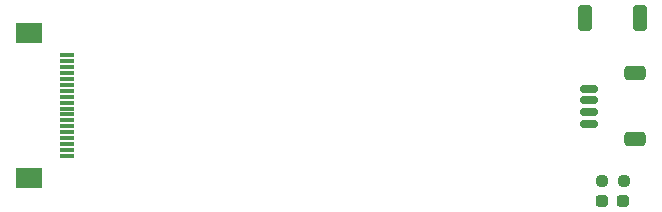
<source format=gbr>
%TF.GenerationSoftware,KiCad,Pcbnew,(6.0.11-0)*%
%TF.CreationDate,2023-02-12T12:48:10-05:00*%
%TF.ProjectId,EyeSPI-PiCowbell,45796553-5049-42d5-9069-436f7762656c,2.0.0*%
%TF.SameCoordinates,Original*%
%TF.FileFunction,Paste,Top*%
%TF.FilePolarity,Positive*%
%FSLAX46Y46*%
G04 Gerber Fmt 4.6, Leading zero omitted, Abs format (unit mm)*
G04 Created by KiCad (PCBNEW (6.0.11-0)) date 2023-02-12 12:48:10*
%MOMM*%
%LPD*%
G01*
G04 APERTURE LIST*
G04 Aperture macros list*
%AMRoundRect*
0 Rectangle with rounded corners*
0 $1 Rounding radius*
0 $2 $3 $4 $5 $6 $7 $8 $9 X,Y pos of 4 corners*
0 Add a 4 corners polygon primitive as box body*
4,1,4,$2,$3,$4,$5,$6,$7,$8,$9,$2,$3,0*
0 Add four circle primitives for the rounded corners*
1,1,$1+$1,$2,$3*
1,1,$1+$1,$4,$5*
1,1,$1+$1,$6,$7*
1,1,$1+$1,$8,$9*
0 Add four rect primitives between the rounded corners*
20,1,$1+$1,$2,$3,$4,$5,0*
20,1,$1+$1,$4,$5,$6,$7,0*
20,1,$1+$1,$6,$7,$8,$9,0*
20,1,$1+$1,$8,$9,$2,$3,0*%
G04 Aperture macros list end*
%ADD10RoundRect,0.150000X0.625000X-0.150000X0.625000X0.150000X-0.625000X0.150000X-0.625000X-0.150000X0*%
%ADD11RoundRect,0.250000X0.650000X-0.350000X0.650000X0.350000X-0.650000X0.350000X-0.650000X-0.350000X0*%
%ADD12R,1.300000X0.300000*%
%ADD13R,2.200000X1.800000*%
%ADD14RoundRect,0.300000X-0.300000X-0.800000X0.300000X-0.800000X0.300000X0.800000X-0.300000X0.800000X0*%
%ADD15RoundRect,0.237500X-0.287500X-0.237500X0.287500X-0.237500X0.287500X0.237500X-0.287500X0.237500X0*%
%ADD16RoundRect,0.237500X-0.250000X-0.237500X0.250000X-0.237500X0.250000X0.237500X-0.250000X0.237500X0*%
G04 APERTURE END LIST*
D10*
%TO.C,J101*%
X177998300Y-73727000D03*
X177998300Y-72727000D03*
X177998300Y-71727000D03*
X177998300Y-70727000D03*
D11*
X181873300Y-75027000D03*
X181873300Y-69427000D03*
%TD*%
D12*
%TO.C,J106*%
X133815700Y-67911400D03*
X133815700Y-68411400D03*
X133815700Y-68911400D03*
X133815700Y-69411400D03*
X133815700Y-69911400D03*
X133815700Y-70411400D03*
X133815700Y-70911400D03*
X133815700Y-71411400D03*
X133815700Y-71911400D03*
X133815700Y-72411400D03*
X133815700Y-72911400D03*
X133815700Y-73411400D03*
X133815700Y-73911400D03*
X133815700Y-74411400D03*
X133815700Y-74911400D03*
X133815700Y-75411400D03*
X133815700Y-75911400D03*
X133815700Y-76411400D03*
D13*
X130565700Y-66011400D03*
X130565700Y-78311400D03*
%TD*%
D14*
%TO.C,SW101*%
X177698300Y-64727000D03*
X182298300Y-64727000D03*
%TD*%
D15*
%TO.C,D101*%
X179131700Y-80265800D03*
X180881700Y-80265800D03*
%TD*%
D16*
%TO.C,R101*%
X179094200Y-78538600D03*
X180919200Y-78538600D03*
%TD*%
M02*

</source>
